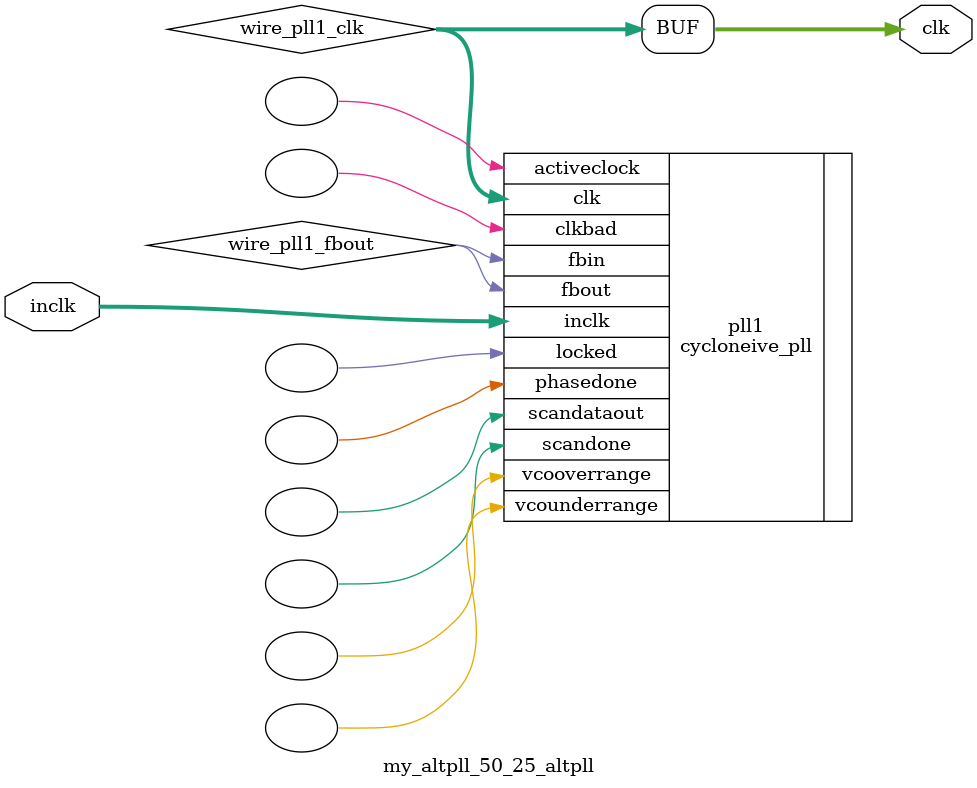
<source format=v>






//synthesis_resources = cycloneive_pll 1 
//synopsys translate_off
`timescale 1 ps / 1 ps
//synopsys translate_on
module  my_altpll_50_25_altpll
	( 
	clk,
	inclk) /* synthesis synthesis_clearbox=1 */;
	output   [4:0]  clk;
	input   [1:0]  inclk;
`ifndef ALTERA_RESERVED_QIS
// synopsys translate_off
`endif
	tri0   [1:0]  inclk;
`ifndef ALTERA_RESERVED_QIS
// synopsys translate_on
`endif

	wire  [4:0]   wire_pll1_clk;
	wire  wire_pll1_fbout;

	cycloneive_pll   pll1
	( 
	.activeclock(),
	.clk(wire_pll1_clk),
	.clkbad(),
	.fbin(wire_pll1_fbout),
	.fbout(wire_pll1_fbout),
	.inclk(inclk),
	.locked(),
	.phasedone(),
	.scandataout(),
	.scandone(),
	.vcooverrange(),
	.vcounderrange()
	`ifndef FORMAL_VERIFICATION
	// synopsys translate_off
	`endif
	,
	.areset(1'b0),
	.clkswitch(1'b0),
	.configupdate(1'b0),
	.pfdena(1'b1),
	.phasecounterselect({3{1'b0}}),
	.phasestep(1'b0),
	.phaseupdown(1'b0),
	.scanclk(1'b0),
	.scanclkena(1'b1),
	.scandata(1'b0)
	`ifndef FORMAL_VERIFICATION
	// synopsys translate_on
	`endif
	);
	defparam
		pll1.bandwidth_type = "auto",
		pll1.clk0_divide_by = 1,
		pll1.clk0_duty_cycle = 50,
		pll1.clk0_multiply_by = 1,
		pll1.clk0_phase_shift = "0",
		pll1.clk1_divide_by = 2,
		pll1.clk1_duty_cycle = 50,
		pll1.clk1_multiply_by = 1,
		pll1.clk1_phase_shift = "0",
		pll1.compensate_clock = "clk0",
		pll1.inclk0_input_frequency = 20000,
		pll1.operation_mode = "normal",
		pll1.pll_type = "auto",
		pll1.lpm_type = "cycloneive_pll";
	assign
		clk = {wire_pll1_clk[4:0]};
endmodule //my_altpll_50_25_altpll
//VALID FILE

</source>
